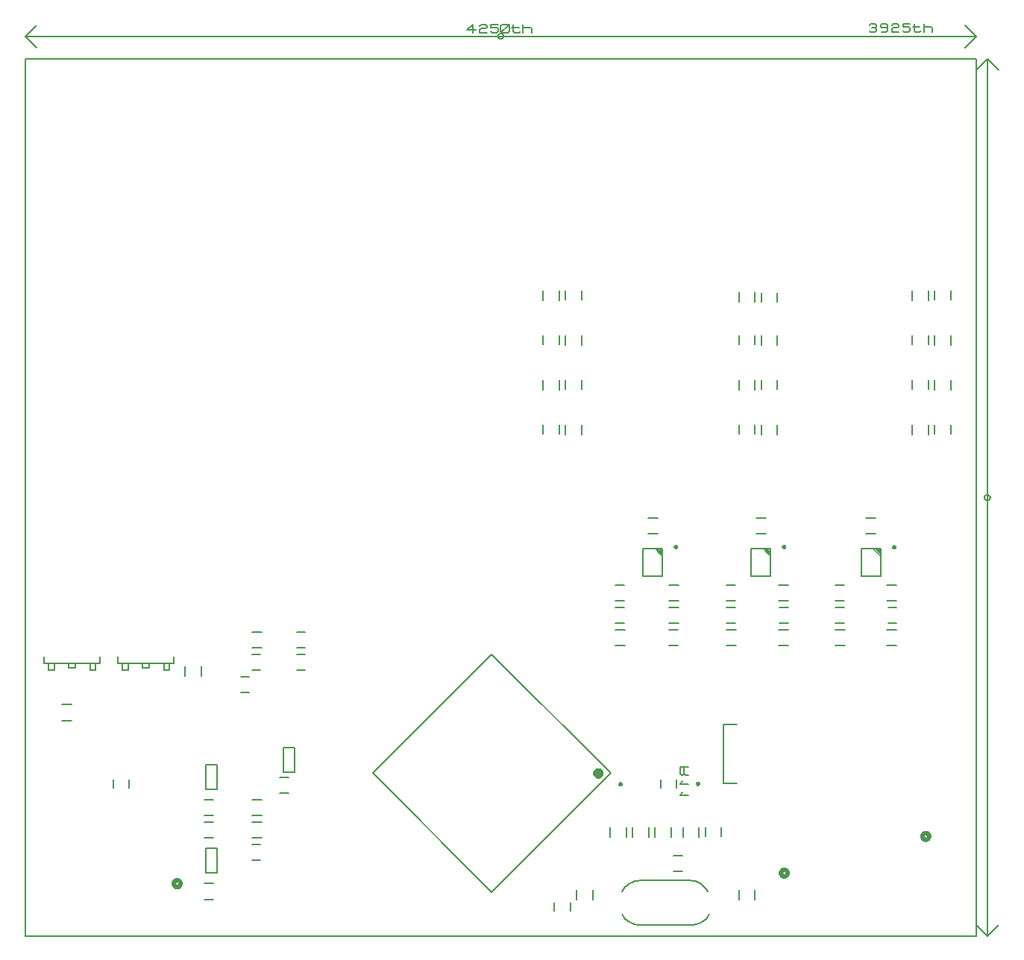
<source format=gbr>
G04 PROTEUS GERBER X2 FILE*
%TF.GenerationSoftware,Labcenter,Proteus,8.7-SP3-Build25561*%
%TF.CreationDate,2021-06-13T19:25:45+00:00*%
%TF.FileFunction,Legend,Bot*%
%TF.FilePolarity,Positive*%
%TF.Part,Single*%
%TF.SameCoordinates,{9c7b3d0d-a21c-4509-bc3d-39c11cb24c33}*%
%FSLAX45Y45*%
%MOMM*%
G01*
%TA.AperFunction,Material*%
%ADD61C,0.200000*%
%ADD65C,0.600000*%
%ADD66C,0.250000*%
%TA.AperFunction,Profile*%
%ADD46C,0.203200*%
%TA.AperFunction,Material*%
%ADD60C,0.203200*%
%TA.AperFunction,NonMaterial*%
%ADD47C,0.203200*%
%TA.AperFunction,Material*%
%ADD67C,0.100000*%
%ADD63C,0.508000*%
%TD.AperFunction*%
D61*
X+4214073Y-7116792D02*
X+2863499Y-5766218D01*
X+4214073Y-4415644D01*
X+5564647Y-5766218D01*
X+4214073Y-7116792D01*
D65*
X+5453225Y-5766218D02*
X+5453122Y-5763729D01*
X+5452280Y-5758749D01*
X+5450520Y-5753769D01*
X+5447643Y-5748789D01*
X+5443242Y-5743873D01*
X+5438262Y-5740259D01*
X+5433282Y-5737954D01*
X+5428302Y-5736651D01*
X+5423322Y-5736218D01*
X+5423225Y-5736218D01*
X+5393225Y-5766218D02*
X+5393328Y-5763729D01*
X+5394170Y-5758749D01*
X+5395930Y-5753769D01*
X+5398807Y-5748789D01*
X+5403208Y-5743873D01*
X+5408188Y-5740259D01*
X+5413168Y-5737954D01*
X+5418148Y-5736651D01*
X+5423128Y-5736218D01*
X+5423225Y-5736218D01*
X+5393225Y-5766218D02*
X+5393328Y-5768707D01*
X+5394170Y-5773687D01*
X+5395930Y-5778667D01*
X+5398807Y-5783647D01*
X+5403208Y-5788563D01*
X+5408188Y-5792177D01*
X+5413168Y-5794482D01*
X+5418148Y-5795785D01*
X+5423128Y-5796218D01*
X+5423225Y-5796218D01*
X+5453225Y-5766218D02*
X+5453122Y-5768707D01*
X+5452280Y-5773687D01*
X+5450520Y-5778667D01*
X+5447643Y-5783647D01*
X+5443242Y-5788563D01*
X+5438262Y-5792177D01*
X+5433282Y-5794482D01*
X+5428302Y-5795785D01*
X+5423322Y-5796218D01*
X+5423225Y-5796218D01*
D66*
X+5686748Y-5889962D02*
X+5686705Y-5888923D01*
X+5686353Y-5886844D01*
X+5685616Y-5884765D01*
X+5684412Y-5882686D01*
X+5682571Y-5880636D01*
X+5680492Y-5879133D01*
X+5678413Y-5878176D01*
X+5676334Y-5877637D01*
X+5674255Y-5877462D01*
X+5674248Y-5877462D01*
X+5661748Y-5889962D02*
X+5661791Y-5888923D01*
X+5662143Y-5886844D01*
X+5662880Y-5884765D01*
X+5664084Y-5882686D01*
X+5665925Y-5880636D01*
X+5668004Y-5879133D01*
X+5670083Y-5878176D01*
X+5672162Y-5877637D01*
X+5674241Y-5877462D01*
X+5674248Y-5877462D01*
X+5661748Y-5889962D02*
X+5661791Y-5891001D01*
X+5662143Y-5893080D01*
X+5662880Y-5895159D01*
X+5664084Y-5897238D01*
X+5665925Y-5899288D01*
X+5668004Y-5900791D01*
X+5670083Y-5901748D01*
X+5672162Y-5902287D01*
X+5674241Y-5902462D01*
X+5674248Y-5902462D01*
X+5686748Y-5889962D02*
X+5686705Y-5891001D01*
X+5686353Y-5893080D01*
X+5685616Y-5895159D01*
X+5684412Y-5897238D01*
X+5682571Y-5899288D01*
X+5680492Y-5900791D01*
X+5678413Y-5901748D01*
X+5676334Y-5902287D01*
X+5674255Y-5902462D01*
X+5674248Y-5902462D01*
D46*
X-1079500Y-7620000D02*
X+9715500Y-7620000D01*
X+9715500Y+2349500D01*
X-1079500Y+2349500D01*
X-1079500Y-7620000D01*
D60*
X+968350Y-5947410D02*
X+1095350Y-5947410D01*
X+1095350Y-5668010D01*
X+968350Y-5668010D01*
X+968350Y-5947410D01*
X+1847850Y-5756910D02*
X+1974850Y-5756910D01*
X+1974850Y-5477510D01*
X+1847850Y-5477510D01*
X+1847850Y-5756910D01*
X+968350Y-6899910D02*
X+1095350Y-6899910D01*
X+1095350Y-6620510D01*
X+968350Y-6620510D01*
X+968350Y-6899910D01*
D47*
X+9842500Y-7620000D02*
X+9842500Y+2349500D01*
X+9842500Y-7620000D02*
X+9969500Y-7493000D01*
X+9842500Y-7620000D02*
X+9715500Y-7493000D01*
X+9842500Y+2349500D02*
X+9715500Y+2222500D01*
X+9842500Y+2349500D02*
X+9969500Y+2222500D01*
X+9874250Y-2635250D02*
X+9874141Y-2632616D01*
X+9873251Y-2627347D01*
X+9871389Y-2622078D01*
X+9868346Y-2616809D01*
X+9863691Y-2611607D01*
X+9858422Y-2607781D01*
X+9853153Y-2605341D01*
X+9847884Y-2603960D01*
X+9842615Y-2603500D01*
X+9842500Y-2603500D01*
X+9810750Y-2635250D02*
X+9810859Y-2632616D01*
X+9811749Y-2627347D01*
X+9813611Y-2622078D01*
X+9816654Y-2616809D01*
X+9821309Y-2611607D01*
X+9826578Y-2607781D01*
X+9831847Y-2605341D01*
X+9837116Y-2603960D01*
X+9842385Y-2603500D01*
X+9842500Y-2603500D01*
X+9810750Y-2635250D02*
X+9810859Y-2637884D01*
X+9811749Y-2643153D01*
X+9813611Y-2648422D01*
X+9816654Y-2653691D01*
X+9821309Y-2658893D01*
X+9826578Y-2662719D01*
X+9831847Y-2665159D01*
X+9837116Y-2666540D01*
X+9842385Y-2667000D01*
X+9842500Y-2667000D01*
X+9874250Y-2635250D02*
X+9874141Y-2637884D01*
X+9873251Y-2643153D01*
X+9871389Y-2648422D01*
X+9868346Y-2653691D01*
X+9863691Y-2658893D01*
X+9858422Y-2662719D01*
X+9853153Y-2665159D01*
X+9847884Y-2666540D01*
X+9842615Y-2667000D01*
X+9842500Y-2667000D01*
X+8502015Y+2729230D02*
X+8517890Y+2744470D01*
X+8565515Y+2744470D01*
X+8581390Y+2729230D01*
X+8581390Y+2713990D01*
X+8565515Y+2698750D01*
X+8581390Y+2683510D01*
X+8581390Y+2668270D01*
X+8565515Y+2653030D01*
X+8517890Y+2653030D01*
X+8502015Y+2668270D01*
X+8533765Y+2698750D02*
X+8565515Y+2698750D01*
X+8708390Y+2713990D02*
X+8692515Y+2698750D01*
X+8644890Y+2698750D01*
X+8629015Y+2713990D01*
X+8629015Y+2729230D01*
X+8644890Y+2744470D01*
X+8692515Y+2744470D01*
X+8708390Y+2729230D01*
X+8708390Y+2668270D01*
X+8692515Y+2653030D01*
X+8644890Y+2653030D01*
X+8756015Y+2729230D02*
X+8771890Y+2744470D01*
X+8819515Y+2744470D01*
X+8835390Y+2729230D01*
X+8835390Y+2713990D01*
X+8819515Y+2698750D01*
X+8771890Y+2698750D01*
X+8756015Y+2683510D01*
X+8756015Y+2653030D01*
X+8835390Y+2653030D01*
X+8962390Y+2744470D02*
X+8883015Y+2744470D01*
X+8883015Y+2713990D01*
X+8946515Y+2713990D01*
X+8962390Y+2698750D01*
X+8962390Y+2668270D01*
X+8946515Y+2653030D01*
X+8898890Y+2653030D01*
X+8883015Y+2668270D01*
X+9010015Y+2744470D02*
X+9010015Y+2668270D01*
X+9025890Y+2653030D01*
X+9073515Y+2653030D01*
X+9089390Y+2668270D01*
X+8994140Y+2713990D02*
X+9073515Y+2713990D01*
X+9216390Y+2653030D02*
X+9216390Y+2698750D01*
X+9200515Y+2713990D01*
X+9137015Y+2713990D01*
X+9121140Y+2698750D01*
X+9121140Y+2744470D02*
X+9121140Y+2653030D01*
D61*
X+5233500Y-793500D02*
X+5233500Y-903500D01*
X+5053500Y-793500D02*
X+5053500Y-903500D01*
X+5233500Y-285500D02*
X+5233500Y-385500D01*
X+5053500Y-285500D02*
X+5053500Y-385500D01*
X+4979500Y-285500D02*
X+4979500Y-395500D01*
X+4799500Y-285500D02*
X+4799500Y-395500D01*
X+4979500Y-793500D02*
X+4979500Y-893500D01*
X+4799500Y-793500D02*
X+4799500Y-893500D01*
D60*
X-228600Y-4445000D02*
X-228600Y-4521200D01*
X-863600Y-4521200D01*
X-863600Y-4445000D01*
X-508000Y-4521200D02*
X-508000Y-4572000D01*
X-584200Y-4572000D01*
X-584200Y-4521200D01*
X-279400Y-4521200D02*
X-279400Y-4597400D01*
X-342900Y-4597400D01*
X-342900Y-4521200D01*
X-812800Y-4521200D02*
X-812800Y-4597400D01*
X-749300Y-4597400D01*
X-749300Y-4521200D02*
X-749300Y-4597400D01*
X+609600Y-4445000D02*
X+609600Y-4521200D01*
X-25400Y-4521200D01*
X-25400Y-4445000D01*
X+330200Y-4521200D02*
X+330200Y-4572000D01*
X+254000Y-4572000D01*
X+254000Y-4521200D01*
X+558800Y-4521200D02*
X+558800Y-4597400D01*
X+495300Y-4597400D01*
X+495300Y-4521200D01*
X+25400Y-4521200D02*
X+25400Y-4597400D01*
X+88900Y-4597400D01*
X+88900Y-4521200D02*
X+88900Y-4597400D01*
D47*
X+9715500Y+2603500D02*
X-1079500Y+2603500D01*
X+9715500Y+2603500D02*
X+9588500Y+2730500D01*
X+9715500Y+2603500D02*
X+9588500Y+2476500D01*
X-1079500Y+2603500D02*
X-952500Y+2476500D01*
X-1079500Y+2603500D02*
X-952500Y+2730500D01*
X+4349750Y+2603500D02*
X+4349641Y+2606134D01*
X+4348751Y+2611403D01*
X+4346889Y+2616672D01*
X+4343846Y+2621941D01*
X+4339191Y+2627143D01*
X+4333922Y+2630969D01*
X+4328653Y+2633409D01*
X+4323384Y+2634790D01*
X+4318115Y+2635250D01*
X+4318000Y+2635250D01*
X+4286250Y+2603500D02*
X+4286359Y+2606134D01*
X+4287249Y+2611403D01*
X+4289111Y+2616672D01*
X+4292154Y+2621941D01*
X+4296809Y+2627143D01*
X+4302078Y+2630969D01*
X+4307347Y+2633409D01*
X+4312616Y+2634790D01*
X+4317885Y+2635250D01*
X+4318000Y+2635250D01*
X+4286250Y+2603500D02*
X+4286359Y+2600866D01*
X+4287249Y+2595597D01*
X+4289111Y+2590328D01*
X+4292154Y+2585059D01*
X+4296809Y+2579857D01*
X+4302078Y+2576031D01*
X+4307347Y+2573591D01*
X+4312616Y+2572210D01*
X+4317885Y+2571750D01*
X+4318000Y+2571750D01*
X+4349750Y+2603500D02*
X+4349641Y+2600866D01*
X+4348751Y+2595597D01*
X+4346889Y+2590328D01*
X+4343846Y+2585059D01*
X+4339191Y+2579857D01*
X+4333922Y+2576031D01*
X+4328653Y+2573591D01*
X+4323384Y+2572210D01*
X+4318115Y+2571750D01*
X+4318000Y+2571750D01*
X+4032250Y+2674620D02*
X+3937000Y+2674620D01*
X+4000500Y+2735580D01*
X+4000500Y+2644140D01*
X+4079875Y+2720340D02*
X+4095750Y+2735580D01*
X+4143375Y+2735580D01*
X+4159250Y+2720340D01*
X+4159250Y+2705100D01*
X+4143375Y+2689860D01*
X+4095750Y+2689860D01*
X+4079875Y+2674620D01*
X+4079875Y+2644140D01*
X+4159250Y+2644140D01*
X+4286250Y+2735580D02*
X+4206875Y+2735580D01*
X+4206875Y+2705100D01*
X+4270375Y+2705100D01*
X+4286250Y+2689860D01*
X+4286250Y+2659380D01*
X+4270375Y+2644140D01*
X+4222750Y+2644140D01*
X+4206875Y+2659380D01*
X+4318000Y+2659380D02*
X+4318000Y+2720340D01*
X+4333875Y+2735580D01*
X+4397375Y+2735580D01*
X+4413250Y+2720340D01*
X+4413250Y+2659380D01*
X+4397375Y+2644140D01*
X+4333875Y+2644140D01*
X+4318000Y+2659380D01*
X+4318000Y+2644140D02*
X+4413250Y+2735580D01*
X+4460875Y+2735580D02*
X+4460875Y+2659380D01*
X+4476750Y+2644140D01*
X+4524375Y+2644140D01*
X+4540250Y+2659380D01*
X+4445000Y+2705100D02*
X+4524375Y+2705100D01*
X+4667250Y+2644140D02*
X+4667250Y+2689860D01*
X+4651375Y+2705100D01*
X+4587875Y+2705100D01*
X+4572000Y+2689860D01*
X+4572000Y+2735580D02*
X+4572000Y+2644140D01*
D61*
X-557000Y-5170000D02*
X-667000Y-5170000D01*
X-557000Y-4990000D02*
X-667000Y-4990000D01*
X+735500Y-4667500D02*
X+735500Y-4557500D01*
X+915500Y-4667500D02*
X+915500Y-4557500D01*
X+4979500Y-1301500D02*
X+4979500Y-1411500D01*
X+4799500Y-1301500D02*
X+4799500Y-1411500D01*
X+5233500Y-1809500D02*
X+5233500Y-1919500D01*
X+5053500Y-1809500D02*
X+5053500Y-1919500D01*
X+4979500Y-1809500D02*
X+4979500Y-1909500D01*
X+4799500Y-1809500D02*
X+4799500Y-1909500D01*
X+5233500Y-1301500D02*
X+5233500Y-1401500D01*
X+5053500Y-1301500D02*
X+5053500Y-1401500D01*
D66*
X+6316500Y-3195902D02*
X+6316457Y-3194863D01*
X+6316105Y-3192784D01*
X+6315368Y-3190705D01*
X+6314164Y-3188626D01*
X+6312323Y-3186576D01*
X+6310244Y-3185073D01*
X+6308165Y-3184116D01*
X+6306086Y-3183577D01*
X+6304007Y-3183402D01*
X+6304000Y-3183402D01*
X+6291500Y-3195902D02*
X+6291543Y-3194863D01*
X+6291895Y-3192784D01*
X+6292632Y-3190705D01*
X+6293836Y-3188626D01*
X+6295677Y-3186576D01*
X+6297756Y-3185073D01*
X+6299835Y-3184116D01*
X+6301914Y-3183577D01*
X+6303993Y-3183402D01*
X+6304000Y-3183402D01*
X+6291500Y-3195902D02*
X+6291543Y-3196941D01*
X+6291895Y-3199020D01*
X+6292632Y-3201099D01*
X+6293836Y-3203178D01*
X+6295677Y-3205228D01*
X+6297756Y-3206731D01*
X+6299835Y-3207688D01*
X+6301914Y-3208227D01*
X+6303993Y-3208402D01*
X+6304000Y-3208402D01*
X+6316500Y-3195902D02*
X+6316457Y-3196941D01*
X+6316105Y-3199020D01*
X+6315368Y-3201099D01*
X+6314164Y-3203178D01*
X+6312323Y-3205228D01*
X+6310244Y-3206731D01*
X+6308165Y-3207688D01*
X+6306086Y-3208227D01*
X+6304007Y-3208402D01*
X+6304000Y-3208402D01*
D61*
X+6154000Y-3525902D02*
X+5934000Y-3525902D01*
X+5934000Y-3215902D01*
X+6154000Y-3215902D01*
X+6154000Y-3525902D01*
D67*
X+6154000Y-3225902D02*
X+6144000Y-3215902D01*
X+6154000Y-3235902D02*
X+6134000Y-3215902D01*
X+6154000Y-3245902D02*
X+6124000Y-3215902D01*
X+6154000Y-3255902D02*
X+6114000Y-3215902D01*
X+6154000Y-3265902D02*
X+6104000Y-3215902D01*
X+6154000Y-3275902D02*
X+6094000Y-3215902D01*
X+6154000Y-3285902D02*
X+6084000Y-3215902D01*
X+6154000Y-3295902D02*
X+6074000Y-3215902D01*
X+6154000Y-3305902D02*
X+6064000Y-3215902D01*
D66*
X+7543607Y-3195533D02*
X+7543564Y-3194494D01*
X+7543212Y-3192415D01*
X+7542475Y-3190336D01*
X+7541271Y-3188257D01*
X+7539430Y-3186207D01*
X+7537351Y-3184704D01*
X+7535272Y-3183747D01*
X+7533193Y-3183208D01*
X+7531114Y-3183033D01*
X+7531107Y-3183033D01*
X+7518607Y-3195533D02*
X+7518650Y-3194494D01*
X+7519002Y-3192415D01*
X+7519739Y-3190336D01*
X+7520943Y-3188257D01*
X+7522784Y-3186207D01*
X+7524863Y-3184704D01*
X+7526942Y-3183747D01*
X+7529021Y-3183208D01*
X+7531100Y-3183033D01*
X+7531107Y-3183033D01*
X+7518607Y-3195533D02*
X+7518650Y-3196572D01*
X+7519002Y-3198651D01*
X+7519739Y-3200730D01*
X+7520943Y-3202809D01*
X+7522784Y-3204859D01*
X+7524863Y-3206362D01*
X+7526942Y-3207319D01*
X+7529021Y-3207858D01*
X+7531100Y-3208033D01*
X+7531107Y-3208033D01*
X+7543607Y-3195533D02*
X+7543564Y-3196572D01*
X+7543212Y-3198651D01*
X+7542475Y-3200730D01*
X+7541271Y-3202809D01*
X+7539430Y-3204859D01*
X+7537351Y-3206362D01*
X+7535272Y-3207319D01*
X+7533193Y-3207858D01*
X+7531114Y-3208033D01*
X+7531107Y-3208033D01*
D61*
X+7381107Y-3525533D02*
X+7161107Y-3525533D01*
X+7161107Y-3215533D01*
X+7381107Y-3215533D01*
X+7381107Y-3525533D01*
D67*
X+7381107Y-3225533D02*
X+7371107Y-3215533D01*
X+7381107Y-3235533D02*
X+7361107Y-3215533D01*
X+7381107Y-3245533D02*
X+7351107Y-3215533D01*
X+7381107Y-3255533D02*
X+7341107Y-3215533D01*
X+7381107Y-3265533D02*
X+7331107Y-3215533D01*
X+7381107Y-3275533D02*
X+7321107Y-3215533D01*
X+7381107Y-3285533D02*
X+7311107Y-3215533D01*
X+7381107Y-3295533D02*
X+7301107Y-3215533D01*
X+7381107Y-3305533D02*
X+7291107Y-3215533D01*
D66*
X+8793369Y-3197033D02*
X+8793326Y-3195994D01*
X+8792974Y-3193915D01*
X+8792237Y-3191836D01*
X+8791033Y-3189757D01*
X+8789192Y-3187707D01*
X+8787113Y-3186204D01*
X+8785034Y-3185247D01*
X+8782955Y-3184708D01*
X+8780876Y-3184533D01*
X+8780869Y-3184533D01*
X+8768369Y-3197033D02*
X+8768412Y-3195994D01*
X+8768764Y-3193915D01*
X+8769501Y-3191836D01*
X+8770705Y-3189757D01*
X+8772546Y-3187707D01*
X+8774625Y-3186204D01*
X+8776704Y-3185247D01*
X+8778783Y-3184708D01*
X+8780862Y-3184533D01*
X+8780869Y-3184533D01*
X+8768369Y-3197033D02*
X+8768412Y-3198072D01*
X+8768764Y-3200151D01*
X+8769501Y-3202230D01*
X+8770705Y-3204309D01*
X+8772546Y-3206359D01*
X+8774625Y-3207862D01*
X+8776704Y-3208819D01*
X+8778783Y-3209358D01*
X+8780862Y-3209533D01*
X+8780869Y-3209533D01*
X+8793369Y-3197033D02*
X+8793326Y-3198072D01*
X+8792974Y-3200151D01*
X+8792237Y-3202230D01*
X+8791033Y-3204309D01*
X+8789192Y-3206359D01*
X+8787113Y-3207862D01*
X+8785034Y-3208819D01*
X+8782955Y-3209358D01*
X+8780876Y-3209533D01*
X+8780869Y-3209533D01*
D61*
X+8630869Y-3527033D02*
X+8410869Y-3527033D01*
X+8410869Y-3217033D01*
X+8630869Y-3217033D01*
X+8630869Y-3527033D01*
D67*
X+8630869Y-3227033D02*
X+8620869Y-3217033D01*
X+8630869Y-3237033D02*
X+8610869Y-3217033D01*
X+8630869Y-3247033D02*
X+8600869Y-3217033D01*
X+8630869Y-3257033D02*
X+8590869Y-3217033D01*
X+8630869Y-3267033D02*
X+8580869Y-3217033D01*
X+8630869Y-3277033D02*
X+8570869Y-3217033D01*
X+8630869Y-3287033D02*
X+8560869Y-3217033D01*
X+8630869Y-3297033D02*
X+8550869Y-3217033D01*
X+8630869Y-3307033D02*
X+8540869Y-3217033D01*
D61*
X+6100500Y-3047402D02*
X+5990500Y-3047402D01*
X+6100500Y-2867402D02*
X+5990500Y-2867402D01*
X+7327607Y-3047033D02*
X+7217607Y-3047033D01*
X+7327607Y-2867033D02*
X+7217607Y-2867033D01*
X+8577369Y-3048533D02*
X+8467369Y-3048533D01*
X+8577369Y-2868533D02*
X+8467369Y-2868533D01*
X+6337000Y-3809402D02*
X+6227000Y-3809402D01*
X+6337000Y-3629402D02*
X+6227000Y-3629402D01*
X+7581607Y-3809033D02*
X+7471607Y-3809033D01*
X+7581607Y-3629033D02*
X+7471607Y-3629033D01*
X+8813869Y-3809033D02*
X+8703869Y-3809033D01*
X+8813869Y-3629033D02*
X+8703869Y-3629033D01*
X+6337000Y-4063402D02*
X+6227000Y-4063402D01*
X+6337000Y-3883402D02*
X+6227000Y-3883402D01*
X+5729500Y-4317402D02*
X+5619500Y-4317402D01*
X+5729500Y-4137402D02*
X+5619500Y-4137402D01*
X+5619500Y-3629402D02*
X+5719500Y-3629402D01*
X+5619500Y-3809402D02*
X+5719500Y-3809402D01*
X+6327000Y-4317402D02*
X+6227000Y-4317402D01*
X+6327000Y-4137402D02*
X+6227000Y-4137402D01*
X+5719500Y-4063402D02*
X+5619500Y-4063402D01*
X+5719500Y-3883402D02*
X+5619500Y-3883402D01*
X+6882607Y-3629033D02*
X+6982607Y-3629033D01*
X+6882607Y-3809033D02*
X+6982607Y-3809033D01*
X+7581607Y-4063033D02*
X+7481607Y-4063033D01*
X+7581607Y-3883033D02*
X+7481607Y-3883033D01*
X+6982607Y-4063033D02*
X+6882607Y-4063033D01*
X+6982607Y-3883033D02*
X+6882607Y-3883033D01*
X+8114869Y-3629033D02*
X+8214869Y-3629033D01*
X+8114869Y-3809033D02*
X+8214869Y-3809033D01*
X+8813869Y-4063033D02*
X+8713869Y-4063033D01*
X+8813869Y-3883033D02*
X+8713869Y-3883033D01*
X+8214869Y-4063033D02*
X+8114869Y-4063033D01*
X+8214869Y-3883033D02*
X+8114869Y-3883033D01*
X+6992607Y-4317033D02*
X+6882607Y-4317033D01*
X+6992607Y-4137033D02*
X+6882607Y-4137033D01*
X+7581607Y-4317033D02*
X+7471607Y-4317033D01*
X+7581607Y-4137033D02*
X+7471607Y-4137033D01*
X+8224869Y-4317033D02*
X+8114869Y-4317033D01*
X+8224869Y-4137033D02*
X+8114869Y-4137033D01*
X+8813869Y-4317033D02*
X+8703869Y-4317033D01*
X+8813869Y-4137033D02*
X+8703869Y-4137033D01*
X+7202000Y-793500D02*
X+7202000Y-893500D01*
X+7022000Y-793500D02*
X+7022000Y-893500D01*
X+7456000Y-313000D02*
X+7456000Y-413000D01*
X+7276000Y-313000D02*
X+7276000Y-413000D01*
X+7202000Y-1809500D02*
X+7202000Y-1909500D01*
X+7022000Y-1809500D02*
X+7022000Y-1909500D01*
X+7456000Y-1301500D02*
X+7456000Y-1401500D01*
X+7276000Y-1301500D02*
X+7276000Y-1401500D01*
X+7202000Y-303000D02*
X+7202000Y-413000D01*
X+7022000Y-303000D02*
X+7022000Y-413000D01*
X+7456000Y-793500D02*
X+7456000Y-903500D01*
X+7276000Y-793500D02*
X+7276000Y-903500D01*
X+7202000Y-1301500D02*
X+7202000Y-1411500D01*
X+7022000Y-1301500D02*
X+7022000Y-1411500D01*
X+7456000Y-1809500D02*
X+7456000Y-1919500D01*
X+7276000Y-1809500D02*
X+7276000Y-1919500D01*
X+9170500Y-285500D02*
X+9170500Y-395500D01*
X+8990500Y-285500D02*
X+8990500Y-395500D01*
X+9424500Y-793500D02*
X+9424500Y-903500D01*
X+9244500Y-793500D02*
X+9244500Y-903500D01*
X+9424500Y-1301500D02*
X+9424500Y-1411500D01*
X+9244500Y-1301500D02*
X+9244500Y-1411500D01*
X+9170500Y-1809500D02*
X+9170500Y-1919500D01*
X+8990500Y-1809500D02*
X+8990500Y-1919500D01*
X+9170500Y-793500D02*
X+9170500Y-893500D01*
X+8990500Y-793500D02*
X+8990500Y-893500D01*
X+9424500Y-285500D02*
X+9424500Y-385500D01*
X+9244500Y-285500D02*
X+9244500Y-385500D01*
X+9424500Y-1809500D02*
X+9424500Y-1909500D01*
X+9244500Y-1809500D02*
X+9244500Y-1909500D01*
X+9170500Y-1301500D02*
X+9170500Y-1401500D01*
X+8990500Y-1301500D02*
X+8990500Y-1401500D01*
D66*
X+6565000Y-5885500D02*
X+6564957Y-5884461D01*
X+6564605Y-5882382D01*
X+6563868Y-5880303D01*
X+6562664Y-5878224D01*
X+6560823Y-5876174D01*
X+6558744Y-5874671D01*
X+6556665Y-5873714D01*
X+6554586Y-5873175D01*
X+6552507Y-5873000D01*
X+6552500Y-5873000D01*
X+6540000Y-5885500D02*
X+6540043Y-5884461D01*
X+6540395Y-5882382D01*
X+6541132Y-5880303D01*
X+6542336Y-5878224D01*
X+6544177Y-5876174D01*
X+6546256Y-5874671D01*
X+6548335Y-5873714D01*
X+6550414Y-5873175D01*
X+6552493Y-5873000D01*
X+6552500Y-5873000D01*
X+6540000Y-5885500D02*
X+6540043Y-5886539D01*
X+6540395Y-5888618D01*
X+6541132Y-5890697D01*
X+6542336Y-5892776D01*
X+6544177Y-5894826D01*
X+6546256Y-5896329D01*
X+6548335Y-5897286D01*
X+6550414Y-5897825D01*
X+6552493Y-5898000D01*
X+6552500Y-5898000D01*
X+6565000Y-5885500D02*
X+6564957Y-5886539D01*
X+6564605Y-5888618D01*
X+6563868Y-5890697D01*
X+6562664Y-5892776D01*
X+6560823Y-5894826D01*
X+6558744Y-5896329D01*
X+6556665Y-5897286D01*
X+6554586Y-5897825D01*
X+6552507Y-5898000D01*
X+6552500Y-5898000D01*
D61*
X+6995000Y-5215500D02*
X+6845000Y-5215500D01*
X+6845000Y-5885500D01*
X+6995000Y-5885500D01*
D60*
X+6469380Y-6987540D02*
X+5910580Y-6987540D01*
X+6469380Y-7495540D02*
X+5910580Y-7495540D01*
X+6687820Y-7368540D02*
X+6669891Y-7396604D01*
X+6648688Y-7421602D01*
X+6624508Y-7443326D01*
X+6597650Y-7461568D01*
X+6568410Y-7476118D01*
X+6537087Y-7486769D01*
X+6503978Y-7493313D01*
X+6469380Y-7495540D01*
X+6664960Y-7114540D02*
X+6649055Y-7086476D01*
X+6630114Y-7061478D01*
X+6608435Y-7039754D01*
X+6584315Y-7021512D01*
X+6558052Y-7006962D01*
X+6529943Y-6996311D01*
X+6500287Y-6989767D01*
X+6469380Y-6987540D01*
X+5692140Y-7114540D02*
X+5710069Y-7086476D01*
X+5731272Y-7061478D01*
X+5755452Y-7039754D01*
X+5782310Y-7021512D01*
X+5811550Y-7006962D01*
X+5842873Y-6996311D01*
X+5875982Y-6989767D01*
X+5910580Y-6987540D01*
X+5692140Y-7368540D02*
X+5710069Y-7396604D01*
X+5731272Y-7421602D01*
X+5755452Y-7443326D01*
X+5782310Y-7461568D01*
X+5811550Y-7476118D01*
X+5842873Y-7486769D01*
X+5875982Y-7493313D01*
X+5910580Y-7495540D01*
D61*
X+7202000Y-7097500D02*
X+7202000Y-7207500D01*
X+7022000Y-7097500D02*
X+7022000Y-7207500D01*
X+5360500Y-7097500D02*
X+5360500Y-7207500D01*
X+5180500Y-7097500D02*
X+5180500Y-7207500D01*
X+1057500Y-6503500D02*
X+957500Y-6503500D01*
X+1057500Y-6323500D02*
X+957500Y-6323500D01*
X+1057500Y-6249500D02*
X+957500Y-6249500D01*
X+1057500Y-6069500D02*
X+957500Y-6069500D01*
X+1909500Y-5995500D02*
X+1809500Y-5995500D01*
X+1909500Y-5815500D02*
X+1809500Y-5815500D01*
X+1057500Y-7202000D02*
X+957500Y-7202000D01*
X+1057500Y-7022000D02*
X+957500Y-7022000D01*
X-80500Y-5937500D02*
X-80500Y-5837500D01*
X+99500Y-5937500D02*
X+99500Y-5837500D01*
D63*
X+682600Y-7023000D02*
X+682469Y-7019842D01*
X+681403Y-7013524D01*
X+679172Y-7007206D01*
X+675527Y-7000888D01*
X+669952Y-6994649D01*
X+663634Y-6990053D01*
X+657316Y-6987120D01*
X+650998Y-6985458D01*
X+644680Y-6984900D01*
X+644500Y-6984900D01*
X+606400Y-7023000D02*
X+606531Y-7019842D01*
X+607597Y-7013524D01*
X+609828Y-7007206D01*
X+613473Y-7000888D01*
X+619048Y-6994649D01*
X+625366Y-6990053D01*
X+631684Y-6987120D01*
X+638002Y-6985458D01*
X+644320Y-6984900D01*
X+644500Y-6984900D01*
X+606400Y-7023000D02*
X+606531Y-7026158D01*
X+607597Y-7032476D01*
X+609828Y-7038794D01*
X+613473Y-7045112D01*
X+619048Y-7051351D01*
X+625366Y-7055947D01*
X+631684Y-7058880D01*
X+638002Y-7060542D01*
X+644320Y-7061100D01*
X+644500Y-7061100D01*
X+682600Y-7023000D02*
X+682469Y-7026158D01*
X+681403Y-7032476D01*
X+679172Y-7038794D01*
X+675527Y-7045112D01*
X+669952Y-7051351D01*
X+663634Y-7055947D01*
X+657316Y-7058880D01*
X+650998Y-7060542D01*
X+644680Y-7061100D01*
X+644500Y-7061100D01*
D61*
X+6641000Y-6481500D02*
X+6641000Y-6381500D01*
X+6821000Y-6481500D02*
X+6821000Y-6381500D01*
X+6282000Y-6704500D02*
X+6382000Y-6704500D01*
X+6282000Y-6884500D02*
X+6382000Y-6884500D01*
X+1492000Y-6577500D02*
X+1592000Y-6577500D01*
X+1492000Y-6757500D02*
X+1592000Y-6757500D01*
X+6567000Y-6381500D02*
X+6567000Y-6491500D01*
X+6387000Y-6381500D02*
X+6387000Y-6491500D01*
X+6249500Y-6381500D02*
X+6249500Y-6491500D01*
X+6069500Y-6381500D02*
X+6069500Y-6491500D01*
X+5741500Y-6381500D02*
X+5741500Y-6491500D01*
X+5561500Y-6381500D02*
X+5561500Y-6491500D01*
X+5995500Y-6381500D02*
X+5995500Y-6491500D01*
X+5815500Y-6381500D02*
X+5815500Y-6491500D01*
X+1602000Y-6503500D02*
X+1492000Y-6503500D01*
X+1602000Y-6323500D02*
X+1492000Y-6323500D01*
X+1602000Y-6249500D02*
X+1492000Y-6249500D01*
X+1602000Y-6069500D02*
X+1492000Y-6069500D01*
X+1602000Y-4344500D02*
X+1492000Y-4344500D01*
X+1602000Y-4164500D02*
X+1492000Y-4164500D01*
D63*
X+9182100Y-6486500D02*
X+9181969Y-6483342D01*
X+9180903Y-6477024D01*
X+9178672Y-6470706D01*
X+9175027Y-6464388D01*
X+9169452Y-6458149D01*
X+9163134Y-6453553D01*
X+9156816Y-6450620D01*
X+9150498Y-6448958D01*
X+9144180Y-6448400D01*
X+9144000Y-6448400D01*
X+9105900Y-6486500D02*
X+9106031Y-6483342D01*
X+9107097Y-6477024D01*
X+9109328Y-6470706D01*
X+9112973Y-6464388D01*
X+9118548Y-6458149D01*
X+9124866Y-6453553D01*
X+9131184Y-6450620D01*
X+9137502Y-6448958D01*
X+9143820Y-6448400D01*
X+9144000Y-6448400D01*
X+9105900Y-6486500D02*
X+9106031Y-6489658D01*
X+9107097Y-6495976D01*
X+9109328Y-6502294D01*
X+9112973Y-6508612D01*
X+9118548Y-6514851D01*
X+9124866Y-6519447D01*
X+9131184Y-6522380D01*
X+9137502Y-6524042D01*
X+9143820Y-6524600D01*
X+9144000Y-6524600D01*
X+9182100Y-6486500D02*
X+9181969Y-6489658D01*
X+9180903Y-6495976D01*
X+9178672Y-6502294D01*
X+9175027Y-6508612D01*
X+9169452Y-6514851D01*
X+9163134Y-6519447D01*
X+9156816Y-6522380D01*
X+9150498Y-6524042D01*
X+9144180Y-6524600D01*
X+9144000Y-6524600D01*
D61*
X+5106500Y-7234500D02*
X+5106500Y-7334500D01*
X+4926500Y-7234500D02*
X+4926500Y-7334500D01*
X+6133000Y-5937500D02*
X+6133000Y-5837500D01*
X+6313000Y-5937500D02*
X+6313000Y-5837500D01*
D60*
X+6444920Y-5697000D02*
X+6353480Y-5697000D01*
X+6353480Y-5776375D01*
X+6368720Y-5792250D01*
X+6383960Y-5792250D01*
X+6399200Y-5776375D01*
X+6399200Y-5697000D01*
X+6399200Y-5776375D02*
X+6414440Y-5792250D01*
X+6444920Y-5792250D01*
X+6383960Y-5855750D02*
X+6353480Y-5887500D01*
X+6444920Y-5887500D01*
X+6383960Y-5982750D02*
X+6353480Y-6014500D01*
X+6444920Y-6014500D01*
D61*
X+2000000Y-4418500D02*
X+2100000Y-4418500D01*
X+2000000Y-4598500D02*
X+2100000Y-4598500D01*
X+2000000Y-4164500D02*
X+2100000Y-4164500D01*
X+2000000Y-4344500D02*
X+2100000Y-4344500D01*
X+1492000Y-4418500D02*
X+1592000Y-4418500D01*
X+1492000Y-4598500D02*
X+1592000Y-4598500D01*
X+1465000Y-4852500D02*
X+1365000Y-4852500D01*
X+1465000Y-4672500D02*
X+1365000Y-4672500D01*
D63*
X+7575600Y-6904000D02*
X+7575469Y-6900842D01*
X+7574403Y-6894524D01*
X+7572172Y-6888206D01*
X+7568527Y-6881888D01*
X+7562952Y-6875649D01*
X+7556634Y-6871053D01*
X+7550316Y-6868120D01*
X+7543998Y-6866458D01*
X+7537680Y-6865900D01*
X+7537500Y-6865900D01*
X+7499400Y-6904000D02*
X+7499531Y-6900842D01*
X+7500597Y-6894524D01*
X+7502828Y-6888206D01*
X+7506473Y-6881888D01*
X+7512048Y-6875649D01*
X+7518366Y-6871053D01*
X+7524684Y-6868120D01*
X+7531002Y-6866458D01*
X+7537320Y-6865900D01*
X+7537500Y-6865900D01*
X+7499400Y-6904000D02*
X+7499531Y-6907158D01*
X+7500597Y-6913476D01*
X+7502828Y-6919794D01*
X+7506473Y-6926112D01*
X+7512048Y-6932351D01*
X+7518366Y-6936947D01*
X+7524684Y-6939880D01*
X+7531002Y-6941542D01*
X+7537320Y-6942100D01*
X+7537500Y-6942100D01*
X+7575600Y-6904000D02*
X+7575469Y-6907158D01*
X+7574403Y-6913476D01*
X+7572172Y-6919794D01*
X+7568527Y-6926112D01*
X+7562952Y-6932351D01*
X+7556634Y-6936947D01*
X+7550316Y-6939880D01*
X+7543998Y-6941542D01*
X+7537680Y-6942100D01*
X+7537500Y-6942100D01*
M02*

</source>
